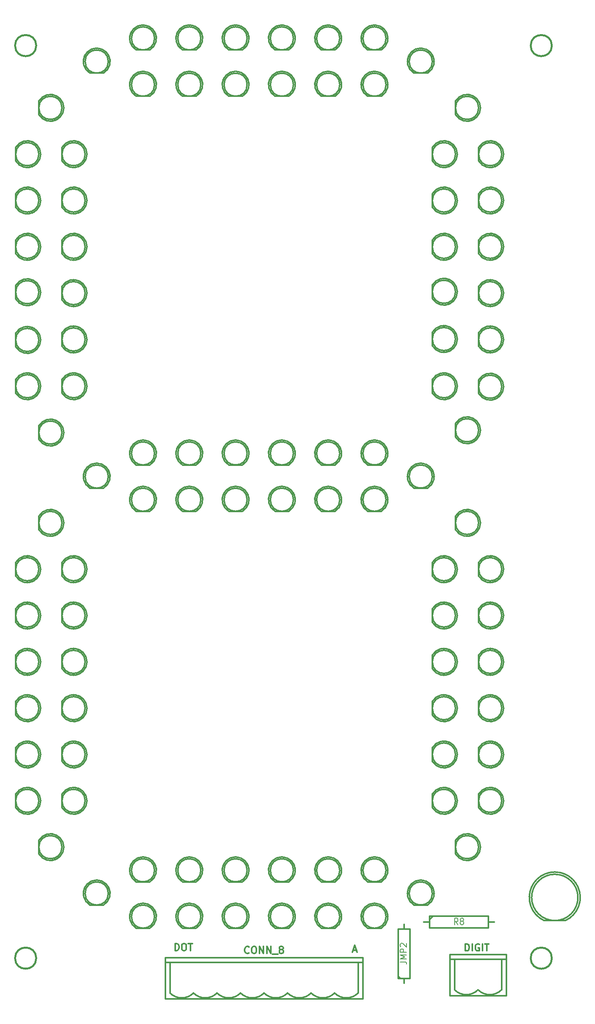
<source format=gto>
G04 (created by PCBNEW (2013-07-07 BZR 4022)-stable) date 2/5/2016 12:23:49 PM*
%MOIN*%
G04 Gerber Fmt 3.4, Leading zero omitted, Abs format*
%FSLAX34Y34*%
G01*
G70*
G90*
G04 APERTURE LIST*
%ADD10C,0.00590551*%
%ADD11C,0.011811*%
%ADD12C,0.0118*%
%ADD13C,0.012*%
%ADD14C,0.015*%
%ADD15C,0.008*%
G04 APERTURE END LIST*
G54D10*
G54D11*
X26711Y-90514D02*
X26711Y-89923D01*
X26851Y-89923D01*
X26935Y-89951D01*
X26992Y-90007D01*
X27020Y-90064D01*
X27048Y-90176D01*
X27048Y-90260D01*
X27020Y-90373D01*
X26992Y-90429D01*
X26935Y-90485D01*
X26851Y-90514D01*
X26711Y-90514D01*
X27414Y-89923D02*
X27526Y-89923D01*
X27582Y-89951D01*
X27639Y-90007D01*
X27667Y-90120D01*
X27667Y-90317D01*
X27639Y-90429D01*
X27582Y-90485D01*
X27526Y-90514D01*
X27414Y-90514D01*
X27357Y-90485D01*
X27301Y-90429D01*
X27273Y-90317D01*
X27273Y-90120D01*
X27301Y-90007D01*
X27357Y-89951D01*
X27414Y-89923D01*
X27835Y-89923D02*
X28173Y-89923D01*
X28004Y-90514D02*
X28004Y-89923D01*
X41859Y-90495D02*
X42140Y-90495D01*
X41803Y-90664D02*
X42000Y-90073D01*
X42196Y-90664D01*
X51393Y-90539D02*
X51393Y-89948D01*
X51534Y-89948D01*
X51618Y-89976D01*
X51675Y-90032D01*
X51703Y-90089D01*
X51731Y-90201D01*
X51731Y-90285D01*
X51703Y-90398D01*
X51675Y-90454D01*
X51618Y-90510D01*
X51534Y-90539D01*
X51393Y-90539D01*
X51984Y-90539D02*
X51984Y-89948D01*
X52574Y-89976D02*
X52518Y-89948D01*
X52434Y-89948D01*
X52350Y-89976D01*
X52293Y-90032D01*
X52265Y-90089D01*
X52237Y-90201D01*
X52237Y-90285D01*
X52265Y-90398D01*
X52293Y-90454D01*
X52350Y-90510D01*
X52434Y-90539D01*
X52490Y-90539D01*
X52574Y-90510D01*
X52603Y-90482D01*
X52603Y-90285D01*
X52490Y-90285D01*
X52856Y-90539D02*
X52856Y-89948D01*
X53053Y-89948D02*
X53390Y-89948D01*
X53221Y-90539D02*
X53221Y-89948D01*
G54D12*
X13154Y-65398D02*
X13154Y-66556D01*
X13158Y-66564D02*
G75*
G03X14725Y-66958I980J586D01*
G74*
G01*
X14718Y-64994D02*
G75*
G03X13154Y-65398I-579J-983D01*
G74*
G01*
X14138Y-67119D02*
G75*
G03X15280Y-65977I0J1142D01*
G74*
G01*
X15280Y-65977D02*
G75*
G03X14138Y-64835I-1142J0D01*
G74*
G01*
X15122Y-65977D02*
G75*
G03X15122Y-65977I-984J0D01*
G74*
G01*
X17091Y-30123D02*
X17091Y-31281D01*
X17095Y-31289D02*
G75*
G03X18662Y-31682I980J586D01*
G74*
G01*
X18655Y-29718D02*
G75*
G03X17091Y-30122I-579J-983D01*
G74*
G01*
X18075Y-31844D02*
G75*
G03X19217Y-30702I0J1142D01*
G74*
G01*
X19217Y-30702D02*
G75*
G03X18075Y-29560I-1142J0D01*
G74*
G01*
X19059Y-30702D02*
G75*
G03X19059Y-30702I-984J0D01*
G74*
G01*
X17091Y-26186D02*
X17091Y-27344D01*
X17095Y-27351D02*
G75*
G03X18662Y-27745I980J586D01*
G74*
G01*
X18655Y-25781D02*
G75*
G03X17091Y-26185I-579J-983D01*
G74*
G01*
X18075Y-27907D02*
G75*
G03X19217Y-26765I0J1142D01*
G74*
G01*
X19217Y-26765D02*
G75*
G03X18075Y-25623I-1142J0D01*
G74*
G01*
X19059Y-26765D02*
G75*
G03X19059Y-26765I-984J0D01*
G74*
G01*
X15123Y-81146D02*
X15123Y-82304D01*
X15126Y-82312D02*
G75*
G03X16693Y-82706I980J586D01*
G74*
G01*
X16686Y-80742D02*
G75*
G03X15123Y-81146I-579J-983D01*
G74*
G01*
X16107Y-82867D02*
G75*
G03X17249Y-81725I0J1142D01*
G74*
G01*
X17249Y-81725D02*
G75*
G03X16107Y-80583I-1142J0D01*
G74*
G01*
X17091Y-81725D02*
G75*
G03X17091Y-81725I-984J0D01*
G74*
G01*
X15123Y-53587D02*
X15123Y-54745D01*
X15126Y-54753D02*
G75*
G03X16693Y-55147I980J586D01*
G74*
G01*
X16686Y-53183D02*
G75*
G03X15123Y-53587I-579J-983D01*
G74*
G01*
X16107Y-55308D02*
G75*
G03X17249Y-54166I0J1142D01*
G74*
G01*
X17249Y-54166D02*
G75*
G03X16107Y-53024I-1142J0D01*
G74*
G01*
X17091Y-54166D02*
G75*
G03X17091Y-54166I-984J0D01*
G74*
G01*
X17091Y-69335D02*
X17091Y-70493D01*
X17095Y-70501D02*
G75*
G03X18662Y-70895I980J586D01*
G74*
G01*
X18655Y-68931D02*
G75*
G03X17091Y-69335I-579J-983D01*
G74*
G01*
X18075Y-71056D02*
G75*
G03X19217Y-69914I0J1142D01*
G74*
G01*
X19217Y-69914D02*
G75*
G03X18075Y-68772I-1142J0D01*
G74*
G01*
X19059Y-69914D02*
G75*
G03X19059Y-69914I-984J0D01*
G74*
G01*
X17091Y-65398D02*
X17091Y-66556D01*
X17095Y-66564D02*
G75*
G03X18662Y-66958I980J586D01*
G74*
G01*
X18655Y-64994D02*
G75*
G03X17091Y-65398I-579J-983D01*
G74*
G01*
X18075Y-67119D02*
G75*
G03X19217Y-65977I0J1142D01*
G74*
G01*
X19217Y-65977D02*
G75*
G03X18075Y-64835I-1142J0D01*
G74*
G01*
X19059Y-65977D02*
G75*
G03X19059Y-65977I-984J0D01*
G74*
G01*
X17091Y-61461D02*
X17091Y-62619D01*
X17095Y-62627D02*
G75*
G03X18662Y-63021I980J586D01*
G74*
G01*
X18655Y-61057D02*
G75*
G03X17091Y-61461I-579J-983D01*
G74*
G01*
X18075Y-63182D02*
G75*
G03X19217Y-62040I0J1142D01*
G74*
G01*
X19217Y-62040D02*
G75*
G03X18075Y-60898I-1142J0D01*
G74*
G01*
X19059Y-62040D02*
G75*
G03X19059Y-62040I-984J0D01*
G74*
G01*
X17091Y-57524D02*
X17091Y-58682D01*
X17095Y-58690D02*
G75*
G03X18662Y-59084I980J586D01*
G74*
G01*
X18655Y-57120D02*
G75*
G03X17091Y-57524I-579J-983D01*
G74*
G01*
X18075Y-59245D02*
G75*
G03X19217Y-58103I0J1142D01*
G74*
G01*
X19217Y-58103D02*
G75*
G03X18075Y-56961I-1142J0D01*
G74*
G01*
X19059Y-58103D02*
G75*
G03X19059Y-58103I-984J0D01*
G74*
G01*
X13154Y-69335D02*
X13154Y-70493D01*
X13158Y-70501D02*
G75*
G03X14725Y-70895I980J586D01*
G74*
G01*
X14718Y-68931D02*
G75*
G03X13154Y-69335I-579J-983D01*
G74*
G01*
X14138Y-71056D02*
G75*
G03X15280Y-69914I0J1142D01*
G74*
G01*
X15280Y-69914D02*
G75*
G03X14138Y-68772I-1142J0D01*
G74*
G01*
X15122Y-69914D02*
G75*
G03X15122Y-69914I-984J0D01*
G74*
G01*
X17091Y-37997D02*
X17091Y-39155D01*
X17095Y-39163D02*
G75*
G03X18662Y-39556I980J586D01*
G74*
G01*
X18655Y-37592D02*
G75*
G03X17091Y-37996I-579J-983D01*
G74*
G01*
X18075Y-39718D02*
G75*
G03X19217Y-38576I0J1142D01*
G74*
G01*
X19217Y-38576D02*
G75*
G03X18075Y-37434I-1142J0D01*
G74*
G01*
X19059Y-38576D02*
G75*
G03X19059Y-38576I-984J0D01*
G74*
G01*
X13154Y-61461D02*
X13154Y-62619D01*
X13158Y-62627D02*
G75*
G03X14725Y-63021I980J586D01*
G74*
G01*
X14718Y-61057D02*
G75*
G03X13154Y-61461I-579J-983D01*
G74*
G01*
X14138Y-63182D02*
G75*
G03X15280Y-62040I0J1142D01*
G74*
G01*
X15280Y-62040D02*
G75*
G03X14138Y-60898I-1142J0D01*
G74*
G01*
X15122Y-62040D02*
G75*
G03X15122Y-62040I-984J0D01*
G74*
G01*
X13154Y-57524D02*
X13154Y-58682D01*
X13158Y-58690D02*
G75*
G03X14725Y-59084I980J586D01*
G74*
G01*
X14718Y-57120D02*
G75*
G03X13154Y-57524I-579J-983D01*
G74*
G01*
X14138Y-59245D02*
G75*
G03X15280Y-58103I0J1142D01*
G74*
G01*
X15280Y-58103D02*
G75*
G03X14138Y-56961I-1142J0D01*
G74*
G01*
X15122Y-58103D02*
G75*
G03X15122Y-58103I-984J0D01*
G74*
G01*
X47024Y-15938D02*
X48182Y-15938D01*
X48189Y-15934D02*
G75*
G03X48583Y-14367I-586J980D01*
G74*
G01*
X46619Y-14374D02*
G75*
G03X47023Y-15938I983J-579D01*
G74*
G01*
X48745Y-14954D02*
G75*
G03X47603Y-13812I-1142J0D01*
G74*
G01*
X47603Y-13812D02*
G75*
G03X46461Y-14954I0J-1142D01*
G74*
G01*
X48587Y-14954D02*
G75*
G03X48587Y-14954I-984J0D01*
G74*
G01*
X23402Y-13969D02*
X24560Y-13969D01*
X24567Y-13966D02*
G75*
G03X24961Y-12399I-586J980D01*
G74*
G01*
X22997Y-12406D02*
G75*
G03X23401Y-13969I983J-579D01*
G74*
G01*
X25123Y-12985D02*
G75*
G03X23981Y-11843I-1142J0D01*
G74*
G01*
X23981Y-11843D02*
G75*
G03X22839Y-12985I0J-1142D01*
G74*
G01*
X24965Y-12985D02*
G75*
G03X24965Y-12985I-984J0D01*
G74*
G01*
X19465Y-15938D02*
X20623Y-15938D01*
X20630Y-15934D02*
G75*
G03X21024Y-14367I-586J980D01*
G74*
G01*
X19060Y-14374D02*
G75*
G03X19464Y-15938I983J-579D01*
G74*
G01*
X21186Y-14954D02*
G75*
G03X20044Y-13812I-1142J0D01*
G74*
G01*
X20044Y-13812D02*
G75*
G03X18902Y-14954I0J-1142D01*
G74*
G01*
X21028Y-14954D02*
G75*
G03X21028Y-14954I-984J0D01*
G74*
G01*
X31276Y-13969D02*
X32434Y-13969D01*
X32441Y-13966D02*
G75*
G03X32835Y-12399I-586J980D01*
G74*
G01*
X30871Y-12406D02*
G75*
G03X31275Y-13969I983J-579D01*
G74*
G01*
X32997Y-12985D02*
G75*
G03X31855Y-11843I-1141J0D01*
G74*
G01*
X31855Y-11843D02*
G75*
G03X30713Y-12985I0J-1142D01*
G74*
G01*
X32839Y-12985D02*
G75*
G03X32839Y-12985I-983J0D01*
G74*
G01*
X35213Y-13969D02*
X36371Y-13969D01*
X36378Y-13966D02*
G75*
G03X36772Y-12399I-586J980D01*
G74*
G01*
X34808Y-12406D02*
G75*
G03X35212Y-13969I983J-579D01*
G74*
G01*
X36934Y-12985D02*
G75*
G03X35792Y-11843I-1142J0D01*
G74*
G01*
X35792Y-11843D02*
G75*
G03X34650Y-12985I0J-1142D01*
G74*
G01*
X36776Y-12985D02*
G75*
G03X36776Y-12985I-984J0D01*
G74*
G01*
X39150Y-49245D02*
X40308Y-49245D01*
X40315Y-49241D02*
G75*
G03X40709Y-47674I-586J980D01*
G74*
G01*
X38745Y-47681D02*
G75*
G03X39149Y-49245I983J-579D01*
G74*
G01*
X40871Y-48261D02*
G75*
G03X39729Y-47119I-1142J0D01*
G74*
G01*
X39729Y-47119D02*
G75*
G03X38587Y-48261I0J-1142D01*
G74*
G01*
X40713Y-48261D02*
G75*
G03X40713Y-48261I-984J0D01*
G74*
G01*
X19465Y-51213D02*
X20623Y-51213D01*
X20630Y-51210D02*
G75*
G03X21024Y-49643I-586J980D01*
G74*
G01*
X19060Y-49650D02*
G75*
G03X19464Y-51213I983J-579D01*
G74*
G01*
X21186Y-50229D02*
G75*
G03X20044Y-49087I-1142J0D01*
G74*
G01*
X20044Y-49087D02*
G75*
G03X18902Y-50229I0J-1142D01*
G74*
G01*
X21028Y-50229D02*
G75*
G03X21028Y-50229I-984J0D01*
G74*
G01*
X47024Y-51213D02*
X48182Y-51213D01*
X48189Y-51210D02*
G75*
G03X48583Y-49643I-586J980D01*
G74*
G01*
X46619Y-49650D02*
G75*
G03X47023Y-51213I983J-579D01*
G74*
G01*
X48745Y-50229D02*
G75*
G03X47603Y-49087I-1142J0D01*
G74*
G01*
X47603Y-49087D02*
G75*
G03X46461Y-50229I0J-1142D01*
G74*
G01*
X48587Y-50229D02*
G75*
G03X48587Y-50229I-984J0D01*
G74*
G01*
X43087Y-53182D02*
X44245Y-53182D01*
X44252Y-53178D02*
G75*
G03X44646Y-51611I-586J980D01*
G74*
G01*
X42682Y-51618D02*
G75*
G03X43086Y-53182I983J-579D01*
G74*
G01*
X44808Y-52198D02*
G75*
G03X43666Y-51056I-1142J0D01*
G74*
G01*
X43666Y-51056D02*
G75*
G03X42524Y-52198I0J-1142D01*
G74*
G01*
X44650Y-52198D02*
G75*
G03X44650Y-52198I-984J0D01*
G74*
G01*
X39150Y-53182D02*
X40308Y-53182D01*
X40315Y-53178D02*
G75*
G03X40709Y-51611I-586J980D01*
G74*
G01*
X38745Y-51618D02*
G75*
G03X39149Y-53182I983J-579D01*
G74*
G01*
X40871Y-52198D02*
G75*
G03X39729Y-51056I-1142J0D01*
G74*
G01*
X39729Y-51056D02*
G75*
G03X38587Y-52198I0J-1142D01*
G74*
G01*
X40713Y-52198D02*
G75*
G03X40713Y-52198I-984J0D01*
G74*
G01*
X35213Y-53182D02*
X36371Y-53182D01*
X36378Y-53178D02*
G75*
G03X36772Y-51611I-586J980D01*
G74*
G01*
X34808Y-51618D02*
G75*
G03X35212Y-53182I983J-579D01*
G74*
G01*
X36934Y-52198D02*
G75*
G03X35792Y-51056I-1142J0D01*
G74*
G01*
X35792Y-51056D02*
G75*
G03X34650Y-52198I0J-1142D01*
G74*
G01*
X36776Y-52198D02*
G75*
G03X36776Y-52198I-984J0D01*
G74*
G01*
X31276Y-53182D02*
X32434Y-53182D01*
X32441Y-53178D02*
G75*
G03X32835Y-51611I-586J980D01*
G74*
G01*
X30871Y-51618D02*
G75*
G03X31275Y-53182I983J-579D01*
G74*
G01*
X32997Y-52198D02*
G75*
G03X31855Y-51056I-1141J0D01*
G74*
G01*
X31855Y-51056D02*
G75*
G03X30713Y-52198I0J-1142D01*
G74*
G01*
X32839Y-52198D02*
G75*
G03X32839Y-52198I-983J0D01*
G74*
G01*
X31276Y-49245D02*
X32434Y-49245D01*
X32441Y-49241D02*
G75*
G03X32835Y-47674I-586J980D01*
G74*
G01*
X30871Y-47681D02*
G75*
G03X31275Y-49245I983J-579D01*
G74*
G01*
X32997Y-48261D02*
G75*
G03X31855Y-47119I-1141J0D01*
G74*
G01*
X31855Y-47119D02*
G75*
G03X30713Y-48261I0J-1142D01*
G74*
G01*
X32839Y-48261D02*
G75*
G03X32839Y-48261I-983J0D01*
G74*
G01*
X35213Y-49245D02*
X36371Y-49245D01*
X36378Y-49241D02*
G75*
G03X36772Y-47674I-586J980D01*
G74*
G01*
X34808Y-47681D02*
G75*
G03X35212Y-49245I983J-579D01*
G74*
G01*
X36934Y-48261D02*
G75*
G03X35792Y-47119I-1142J0D01*
G74*
G01*
X35792Y-47119D02*
G75*
G03X34650Y-48261I0J-1142D01*
G74*
G01*
X36776Y-48261D02*
G75*
G03X36776Y-48261I-984J0D01*
G74*
G01*
X17091Y-34060D02*
X17091Y-35218D01*
X17095Y-35226D02*
G75*
G03X18662Y-35619I980J586D01*
G74*
G01*
X18655Y-33655D02*
G75*
G03X17091Y-34059I-579J-983D01*
G74*
G01*
X18075Y-35781D02*
G75*
G03X19217Y-34639I0J1142D01*
G74*
G01*
X19217Y-34639D02*
G75*
G03X18075Y-33497I-1142J0D01*
G74*
G01*
X19059Y-34639D02*
G75*
G03X19059Y-34639I-984J0D01*
G74*
G01*
X43087Y-49245D02*
X44245Y-49245D01*
X44252Y-49241D02*
G75*
G03X44646Y-47674I-586J980D01*
G74*
G01*
X42682Y-47681D02*
G75*
G03X43086Y-49245I983J-579D01*
G74*
G01*
X44808Y-48261D02*
G75*
G03X43666Y-47119I-1142J0D01*
G74*
G01*
X43666Y-47119D02*
G75*
G03X42524Y-48261I0J-1142D01*
G74*
G01*
X44650Y-48261D02*
G75*
G03X44650Y-48261I-984J0D01*
G74*
G01*
X13154Y-41973D02*
X13154Y-43131D01*
X13158Y-43139D02*
G75*
G03X14725Y-43532I980J586D01*
G74*
G01*
X14718Y-41569D02*
G75*
G03X13154Y-41973I-579J-983D01*
G74*
G01*
X14138Y-43694D02*
G75*
G03X15280Y-42552I0J1142D01*
G74*
G01*
X15280Y-42552D02*
G75*
G03X14138Y-41410I-1142J0D01*
G74*
G01*
X15122Y-42552D02*
G75*
G03X15122Y-42552I-984J0D01*
G74*
G01*
X17091Y-22249D02*
X17091Y-23407D01*
X17095Y-23414D02*
G75*
G03X18662Y-23808I980J586D01*
G74*
G01*
X18655Y-21844D02*
G75*
G03X17091Y-22248I-579J-983D01*
G74*
G01*
X18075Y-23970D02*
G75*
G03X19217Y-22828I0J1142D01*
G74*
G01*
X19217Y-22828D02*
G75*
G03X18075Y-21686I-1142J0D01*
G74*
G01*
X19059Y-22828D02*
G75*
G03X19059Y-22828I-984J0D01*
G74*
G01*
X15123Y-18312D02*
X15123Y-19470D01*
X15126Y-19477D02*
G75*
G03X16693Y-19871I980J586D01*
G74*
G01*
X16686Y-17907D02*
G75*
G03X15123Y-18311I-579J-983D01*
G74*
G01*
X16107Y-20033D02*
G75*
G03X17249Y-18891I0J1142D01*
G74*
G01*
X17249Y-18891D02*
G75*
G03X16107Y-17749I-1142J0D01*
G74*
G01*
X17091Y-18891D02*
G75*
G03X17091Y-18891I-984J0D01*
G74*
G01*
X13154Y-26186D02*
X13154Y-27344D01*
X13158Y-27351D02*
G75*
G03X14725Y-27745I980J586D01*
G74*
G01*
X14718Y-25781D02*
G75*
G03X13154Y-26185I-579J-983D01*
G74*
G01*
X14138Y-27907D02*
G75*
G03X15280Y-26765I0J1142D01*
G74*
G01*
X15280Y-26765D02*
G75*
G03X14138Y-25623I-1142J0D01*
G74*
G01*
X15122Y-26765D02*
G75*
G03X15122Y-26765I-984J0D01*
G74*
G01*
X13154Y-22249D02*
X13154Y-23407D01*
X13158Y-23414D02*
G75*
G03X14725Y-23808I980J586D01*
G74*
G01*
X14718Y-21844D02*
G75*
G03X13154Y-22248I-579J-983D01*
G74*
G01*
X14138Y-23970D02*
G75*
G03X15280Y-22828I0J1142D01*
G74*
G01*
X15280Y-22828D02*
G75*
G03X14138Y-21686I-1142J0D01*
G74*
G01*
X15122Y-22828D02*
G75*
G03X15122Y-22828I-984J0D01*
G74*
G01*
X13154Y-30123D02*
X13154Y-31281D01*
X13158Y-31289D02*
G75*
G03X14725Y-31682I980J586D01*
G74*
G01*
X14718Y-29718D02*
G75*
G03X13154Y-30122I-579J-983D01*
G74*
G01*
X14138Y-31844D02*
G75*
G03X15280Y-30702I0J1142D01*
G74*
G01*
X15280Y-30702D02*
G75*
G03X14138Y-29560I-1142J0D01*
G74*
G01*
X15122Y-30702D02*
G75*
G03X15122Y-30702I-984J0D01*
G74*
G01*
X27339Y-13969D02*
X28497Y-13969D01*
X28504Y-13966D02*
G75*
G03X28898Y-12399I-586J980D01*
G74*
G01*
X26934Y-12406D02*
G75*
G03X27338Y-13969I983J-579D01*
G74*
G01*
X29060Y-12985D02*
G75*
G03X27918Y-11843I-1142J0D01*
G74*
G01*
X27918Y-11843D02*
G75*
G03X26776Y-12985I0J-1142D01*
G74*
G01*
X28902Y-12985D02*
G75*
G03X28902Y-12985I-984J0D01*
G74*
G01*
X31276Y-84678D02*
X32434Y-84678D01*
X32441Y-84674D02*
G75*
G03X32835Y-83107I-586J980D01*
G74*
G01*
X30871Y-83115D02*
G75*
G03X31275Y-84678I983J-579D01*
G74*
G01*
X32997Y-83694D02*
G75*
G03X31855Y-82552I-1141J0D01*
G74*
G01*
X31855Y-82552D02*
G75*
G03X30713Y-83694I0J-1142D01*
G74*
G01*
X32839Y-83694D02*
G75*
G03X32839Y-83694I-983J0D01*
G74*
G01*
X48587Y-65398D02*
X48587Y-66556D01*
X48591Y-66564D02*
G75*
G03X50158Y-66958I980J586D01*
G74*
G01*
X50151Y-64994D02*
G75*
G03X48587Y-65398I-579J-983D01*
G74*
G01*
X49571Y-67119D02*
G75*
G03X50713Y-65977I0J1142D01*
G74*
G01*
X50713Y-65977D02*
G75*
G03X49571Y-64835I-1142J0D01*
G74*
G01*
X50555Y-65977D02*
G75*
G03X50555Y-65977I-984J0D01*
G74*
G01*
X48587Y-77209D02*
X48587Y-78367D01*
X48591Y-78375D02*
G75*
G03X50158Y-78769I980J586D01*
G74*
G01*
X50151Y-76805D02*
G75*
G03X48587Y-77209I-579J-983D01*
G74*
G01*
X49571Y-78930D02*
G75*
G03X50713Y-77788I0J1142D01*
G74*
G01*
X50713Y-77788D02*
G75*
G03X49571Y-76646I-1142J0D01*
G74*
G01*
X50555Y-77788D02*
G75*
G03X50555Y-77788I-984J0D01*
G74*
G01*
X52524Y-73272D02*
X52524Y-74430D01*
X52528Y-74438D02*
G75*
G03X54095Y-74832I980J586D01*
G74*
G01*
X54088Y-72868D02*
G75*
G03X52524Y-73272I-579J-983D01*
G74*
G01*
X53508Y-74993D02*
G75*
G03X54650Y-73851I0J1142D01*
G74*
G01*
X54650Y-73851D02*
G75*
G03X53508Y-72709I-1142J0D01*
G74*
G01*
X54492Y-73851D02*
G75*
G03X54492Y-73851I-984J0D01*
G74*
G01*
X52524Y-69335D02*
X52524Y-70493D01*
X52528Y-70501D02*
G75*
G03X54095Y-70895I980J586D01*
G74*
G01*
X54088Y-68931D02*
G75*
G03X52524Y-69335I-579J-983D01*
G74*
G01*
X53508Y-71056D02*
G75*
G03X54650Y-69914I0J1142D01*
G74*
G01*
X54650Y-69914D02*
G75*
G03X53508Y-68772I-1142J0D01*
G74*
G01*
X54492Y-69914D02*
G75*
G03X54492Y-69914I-984J0D01*
G74*
G01*
X52524Y-65398D02*
X52524Y-66556D01*
X52528Y-66564D02*
G75*
G03X54095Y-66958I980J586D01*
G74*
G01*
X54088Y-64994D02*
G75*
G03X52524Y-65398I-579J-983D01*
G74*
G01*
X53508Y-67119D02*
G75*
G03X54650Y-65977I0J1142D01*
G74*
G01*
X54650Y-65977D02*
G75*
G03X53508Y-64835I-1142J0D01*
G74*
G01*
X54492Y-65977D02*
G75*
G03X54492Y-65977I-984J0D01*
G74*
G01*
X43087Y-84678D02*
X44245Y-84678D01*
X44252Y-84674D02*
G75*
G03X44646Y-83107I-586J980D01*
G74*
G01*
X42682Y-83115D02*
G75*
G03X43086Y-84678I983J-579D01*
G74*
G01*
X44808Y-83694D02*
G75*
G03X43666Y-82552I-1142J0D01*
G74*
G01*
X43666Y-82552D02*
G75*
G03X42524Y-83694I0J-1142D01*
G74*
G01*
X44650Y-83694D02*
G75*
G03X44650Y-83694I-984J0D01*
G74*
G01*
X39150Y-84678D02*
X40308Y-84678D01*
X40315Y-84674D02*
G75*
G03X40709Y-83107I-586J980D01*
G74*
G01*
X38745Y-83115D02*
G75*
G03X39149Y-84678I983J-579D01*
G74*
G01*
X40871Y-83694D02*
G75*
G03X39729Y-82552I-1142J0D01*
G74*
G01*
X39729Y-82552D02*
G75*
G03X38587Y-83694I0J-1142D01*
G74*
G01*
X40713Y-83694D02*
G75*
G03X40713Y-83694I-984J0D01*
G74*
G01*
X35213Y-84678D02*
X36371Y-84678D01*
X36378Y-84674D02*
G75*
G03X36772Y-83107I-586J980D01*
G74*
G01*
X34808Y-83115D02*
G75*
G03X35212Y-84678I983J-579D01*
G74*
G01*
X36934Y-83694D02*
G75*
G03X35792Y-82552I-1142J0D01*
G74*
G01*
X35792Y-82552D02*
G75*
G03X34650Y-83694I0J-1142D01*
G74*
G01*
X36776Y-83694D02*
G75*
G03X36776Y-83694I-984J0D01*
G74*
G01*
X35213Y-17906D02*
X36371Y-17906D01*
X36378Y-17903D02*
G75*
G03X36772Y-16336I-586J980D01*
G74*
G01*
X34808Y-16343D02*
G75*
G03X35212Y-17906I983J-579D01*
G74*
G01*
X36934Y-16922D02*
G75*
G03X35792Y-15780I-1142J0D01*
G74*
G01*
X35792Y-15780D02*
G75*
G03X34650Y-16922I0J-1142D01*
G74*
G01*
X36776Y-16922D02*
G75*
G03X36776Y-16922I-984J0D01*
G74*
G01*
X31276Y-88615D02*
X32434Y-88615D01*
X32441Y-88611D02*
G75*
G03X32835Y-87044I-586J980D01*
G74*
G01*
X30871Y-87052D02*
G75*
G03X31275Y-88615I983J-579D01*
G74*
G01*
X32997Y-87631D02*
G75*
G03X31855Y-86489I-1141J0D01*
G74*
G01*
X31855Y-86489D02*
G75*
G03X30713Y-87631I0J-1142D01*
G74*
G01*
X32839Y-87631D02*
G75*
G03X32839Y-87631I-983J0D01*
G74*
G01*
X35213Y-88615D02*
X36371Y-88615D01*
X36378Y-88611D02*
G75*
G03X36772Y-87044I-586J980D01*
G74*
G01*
X34808Y-87052D02*
G75*
G03X35212Y-88615I983J-579D01*
G74*
G01*
X36934Y-87631D02*
G75*
G03X35792Y-86489I-1142J0D01*
G74*
G01*
X35792Y-86489D02*
G75*
G03X34650Y-87631I0J-1142D01*
G74*
G01*
X36776Y-87631D02*
G75*
G03X36776Y-87631I-984J0D01*
G74*
G01*
X39150Y-88615D02*
X40308Y-88615D01*
X40315Y-88611D02*
G75*
G03X40709Y-87044I-586J980D01*
G74*
G01*
X38745Y-87052D02*
G75*
G03X39149Y-88615I983J-579D01*
G74*
G01*
X40871Y-87631D02*
G75*
G03X39729Y-86489I-1142J0D01*
G74*
G01*
X39729Y-86489D02*
G75*
G03X38587Y-87631I0J-1142D01*
G74*
G01*
X40713Y-87631D02*
G75*
G03X40713Y-87631I-984J0D01*
G74*
G01*
X43087Y-88615D02*
X44245Y-88615D01*
X44252Y-88611D02*
G75*
G03X44646Y-87044I-586J980D01*
G74*
G01*
X42682Y-87052D02*
G75*
G03X43086Y-88615I983J-579D01*
G74*
G01*
X44808Y-87631D02*
G75*
G03X43666Y-86489I-1142J0D01*
G74*
G01*
X43666Y-86489D02*
G75*
G03X42524Y-87631I0J-1142D01*
G74*
G01*
X44650Y-87631D02*
G75*
G03X44650Y-87631I-984J0D01*
G74*
G01*
X19465Y-86646D02*
X20623Y-86646D01*
X20630Y-86643D02*
G75*
G03X21024Y-85076I-586J980D01*
G74*
G01*
X19060Y-85083D02*
G75*
G03X19464Y-86646I983J-579D01*
G74*
G01*
X21186Y-85662D02*
G75*
G03X20044Y-84520I-1142J0D01*
G74*
G01*
X20044Y-84520D02*
G75*
G03X18902Y-85662I0J-1142D01*
G74*
G01*
X21028Y-85662D02*
G75*
G03X21028Y-85662I-984J0D01*
G74*
G01*
X47024Y-86646D02*
X48182Y-86646D01*
X48189Y-86643D02*
G75*
G03X48583Y-85076I-586J980D01*
G74*
G01*
X46619Y-85083D02*
G75*
G03X47023Y-86646I983J-579D01*
G74*
G01*
X48745Y-85662D02*
G75*
G03X47603Y-84520I-1142J0D01*
G74*
G01*
X47603Y-84520D02*
G75*
G03X46461Y-85662I0J-1142D01*
G74*
G01*
X48587Y-85662D02*
G75*
G03X48587Y-85662I-984J0D01*
G74*
G01*
X52524Y-61461D02*
X52524Y-62619D01*
X52528Y-62627D02*
G75*
G03X54095Y-63021I980J586D01*
G74*
G01*
X54088Y-61057D02*
G75*
G03X52524Y-61461I-579J-983D01*
G74*
G01*
X53508Y-63182D02*
G75*
G03X54650Y-62040I0J1142D01*
G74*
G01*
X54650Y-62040D02*
G75*
G03X53508Y-60898I-1142J0D01*
G74*
G01*
X54492Y-62040D02*
G75*
G03X54492Y-62040I-984J0D01*
G74*
G01*
X52524Y-22249D02*
X52524Y-23407D01*
X52528Y-23414D02*
G75*
G03X54095Y-23808I980J586D01*
G74*
G01*
X54088Y-21844D02*
G75*
G03X52524Y-22248I-579J-983D01*
G74*
G01*
X53508Y-23970D02*
G75*
G03X54650Y-22828I0J1142D01*
G74*
G01*
X54650Y-22828D02*
G75*
G03X53508Y-21686I-1142J0D01*
G74*
G01*
X54492Y-22828D02*
G75*
G03X54492Y-22828I-984J0D01*
G74*
G01*
X48587Y-61461D02*
X48587Y-62619D01*
X48591Y-62627D02*
G75*
G03X50158Y-63021I980J586D01*
G74*
G01*
X50151Y-61057D02*
G75*
G03X48587Y-61461I-579J-983D01*
G74*
G01*
X49571Y-63182D02*
G75*
G03X50713Y-62040I0J1142D01*
G74*
G01*
X50713Y-62040D02*
G75*
G03X49571Y-60898I-1142J0D01*
G74*
G01*
X50555Y-62040D02*
G75*
G03X50555Y-62040I-984J0D01*
G74*
G01*
X31276Y-17906D02*
X32434Y-17906D01*
X32441Y-17903D02*
G75*
G03X32835Y-16336I-586J980D01*
G74*
G01*
X30871Y-16343D02*
G75*
G03X31275Y-17906I983J-579D01*
G74*
G01*
X32997Y-16922D02*
G75*
G03X31855Y-15780I-1141J0D01*
G74*
G01*
X31855Y-15780D02*
G75*
G03X30713Y-16922I0J-1142D01*
G74*
G01*
X32839Y-16922D02*
G75*
G03X32839Y-16922I-983J0D01*
G74*
G01*
X27339Y-17906D02*
X28497Y-17906D01*
X28504Y-17903D02*
G75*
G03X28898Y-16336I-586J980D01*
G74*
G01*
X26934Y-16343D02*
G75*
G03X27338Y-17906I983J-579D01*
G74*
G01*
X29060Y-16922D02*
G75*
G03X27918Y-15780I-1142J0D01*
G74*
G01*
X27918Y-15780D02*
G75*
G03X26776Y-16922I0J-1142D01*
G74*
G01*
X28902Y-16922D02*
G75*
G03X28902Y-16922I-984J0D01*
G74*
G01*
X23402Y-17906D02*
X24560Y-17906D01*
X24567Y-17903D02*
G75*
G03X24961Y-16336I-586J980D01*
G74*
G01*
X22997Y-16343D02*
G75*
G03X23401Y-17906I983J-579D01*
G74*
G01*
X25123Y-16922D02*
G75*
G03X23981Y-15780I-1142J0D01*
G74*
G01*
X23981Y-15780D02*
G75*
G03X22839Y-16922I0J-1142D01*
G74*
G01*
X24965Y-16922D02*
G75*
G03X24965Y-16922I-984J0D01*
G74*
G01*
X48587Y-41973D02*
X48587Y-43131D01*
X48591Y-43139D02*
G75*
G03X50158Y-43532I980J586D01*
G74*
G01*
X50151Y-41569D02*
G75*
G03X48587Y-41973I-579J-983D01*
G74*
G01*
X49571Y-43694D02*
G75*
G03X50713Y-42552I0J1142D01*
G74*
G01*
X50713Y-42552D02*
G75*
G03X49571Y-41410I-1142J0D01*
G74*
G01*
X50555Y-42552D02*
G75*
G03X50555Y-42552I-984J0D01*
G74*
G01*
X48587Y-30123D02*
X48587Y-31281D01*
X48591Y-31289D02*
G75*
G03X50158Y-31682I980J586D01*
G74*
G01*
X50151Y-29718D02*
G75*
G03X48587Y-30122I-579J-983D01*
G74*
G01*
X49571Y-31844D02*
G75*
G03X50713Y-30702I0J1142D01*
G74*
G01*
X50713Y-30702D02*
G75*
G03X49571Y-29560I-1142J0D01*
G74*
G01*
X50555Y-30702D02*
G75*
G03X50555Y-30702I-984J0D01*
G74*
G01*
X48587Y-26186D02*
X48587Y-27344D01*
X48591Y-27351D02*
G75*
G03X50158Y-27745I980J586D01*
G74*
G01*
X50151Y-25781D02*
G75*
G03X48587Y-26185I-579J-983D01*
G74*
G01*
X49571Y-27907D02*
G75*
G03X50713Y-26765I0J1142D01*
G74*
G01*
X50713Y-26765D02*
G75*
G03X49571Y-25623I-1142J0D01*
G74*
G01*
X50555Y-26765D02*
G75*
G03X50555Y-26765I-984J0D01*
G74*
G01*
X48587Y-22249D02*
X48587Y-23407D01*
X48591Y-23414D02*
G75*
G03X50158Y-23808I980J586D01*
G74*
G01*
X50151Y-21844D02*
G75*
G03X48587Y-22248I-579J-983D01*
G74*
G01*
X49571Y-23970D02*
G75*
G03X50713Y-22828I0J1142D01*
G74*
G01*
X50713Y-22828D02*
G75*
G03X49571Y-21686I-1142J0D01*
G74*
G01*
X50555Y-22828D02*
G75*
G03X50555Y-22828I-984J0D01*
G74*
G01*
X50556Y-18312D02*
X50556Y-19470D01*
X50559Y-19477D02*
G75*
G03X52126Y-19871I980J586D01*
G74*
G01*
X52119Y-17907D02*
G75*
G03X50556Y-18311I-579J-983D01*
G74*
G01*
X51540Y-20033D02*
G75*
G03X52682Y-18891I0J1142D01*
G74*
G01*
X52682Y-18891D02*
G75*
G03X51540Y-17749I-1142J0D01*
G74*
G01*
X52524Y-18891D02*
G75*
G03X52524Y-18891I-984J0D01*
G74*
G01*
X52524Y-37997D02*
X52524Y-39155D01*
X52528Y-39163D02*
G75*
G03X54095Y-39556I980J586D01*
G74*
G01*
X54088Y-37592D02*
G75*
G03X52524Y-37996I-579J-983D01*
G74*
G01*
X53508Y-39718D02*
G75*
G03X54650Y-38576I0J1142D01*
G74*
G01*
X54650Y-38576D02*
G75*
G03X53508Y-37434I-1142J0D01*
G74*
G01*
X54492Y-38576D02*
G75*
G03X54492Y-38576I-984J0D01*
G74*
G01*
X52524Y-34060D02*
X52524Y-35218D01*
X52528Y-35226D02*
G75*
G03X54095Y-35619I980J586D01*
G74*
G01*
X54088Y-33655D02*
G75*
G03X52524Y-34059I-579J-983D01*
G74*
G01*
X53508Y-35781D02*
G75*
G03X54650Y-34639I0J1142D01*
G74*
G01*
X54650Y-34639D02*
G75*
G03X53508Y-33497I-1142J0D01*
G74*
G01*
X54492Y-34639D02*
G75*
G03X54492Y-34639I-984J0D01*
G74*
G01*
X52524Y-30123D02*
X52524Y-31281D01*
X52528Y-31289D02*
G75*
G03X54095Y-31682I980J586D01*
G74*
G01*
X54088Y-29718D02*
G75*
G03X52524Y-30122I-579J-983D01*
G74*
G01*
X53508Y-31844D02*
G75*
G03X54650Y-30702I0J1142D01*
G74*
G01*
X54650Y-30702D02*
G75*
G03X53508Y-29560I-1142J0D01*
G74*
G01*
X54492Y-30702D02*
G75*
G03X54492Y-30702I-984J0D01*
G74*
G01*
X52524Y-26186D02*
X52524Y-27344D01*
X52528Y-27351D02*
G75*
G03X54095Y-27745I980J586D01*
G74*
G01*
X54088Y-25781D02*
G75*
G03X52524Y-26185I-579J-983D01*
G74*
G01*
X53508Y-27907D02*
G75*
G03X54650Y-26765I0J1142D01*
G74*
G01*
X54650Y-26765D02*
G75*
G03X53508Y-25623I-1142J0D01*
G74*
G01*
X54492Y-26765D02*
G75*
G03X54492Y-26765I-984J0D01*
G74*
G01*
X52524Y-57524D02*
X52524Y-58682D01*
X52528Y-58690D02*
G75*
G03X54095Y-59084I980J586D01*
G74*
G01*
X54088Y-57120D02*
G75*
G03X52524Y-57524I-579J-983D01*
G74*
G01*
X53508Y-59245D02*
G75*
G03X54650Y-58103I0J1142D01*
G74*
G01*
X54650Y-58103D02*
G75*
G03X53508Y-56961I-1142J0D01*
G74*
G01*
X54492Y-58103D02*
G75*
G03X54492Y-58103I-984J0D01*
G74*
G01*
X50556Y-53587D02*
X50556Y-54745D01*
X50559Y-54753D02*
G75*
G03X52126Y-55147I980J586D01*
G74*
G01*
X52119Y-53183D02*
G75*
G03X50556Y-53587I-579J-983D01*
G74*
G01*
X51540Y-55308D02*
G75*
G03X52682Y-54166I0J1142D01*
G74*
G01*
X52682Y-54166D02*
G75*
G03X51540Y-53024I-1142J0D01*
G74*
G01*
X52524Y-54166D02*
G75*
G03X52524Y-54166I-984J0D01*
G74*
G01*
X48587Y-57524D02*
X48587Y-58682D01*
X48591Y-58690D02*
G75*
G03X50158Y-59084I980J586D01*
G74*
G01*
X50151Y-57120D02*
G75*
G03X48587Y-57524I-579J-983D01*
G74*
G01*
X49571Y-59245D02*
G75*
G03X50713Y-58103I0J1142D01*
G74*
G01*
X50713Y-58103D02*
G75*
G03X49571Y-56961I-1142J0D01*
G74*
G01*
X50555Y-58103D02*
G75*
G03X50555Y-58103I-984J0D01*
G74*
G01*
X59897Y-87969D02*
G75*
G03X60969Y-85102I-897J1969D01*
G74*
G01*
X58094Y-87972D02*
X59906Y-87972D01*
X57030Y-85094D02*
G75*
G03X58094Y-87969I1969J-905D01*
G74*
G01*
X61165Y-86000D02*
G75*
G03X59000Y-83835I-2165J0D01*
G74*
G01*
X59000Y-83835D02*
G75*
G03X56835Y-86000I0J-2165D01*
G74*
G01*
X60969Y-86000D02*
G75*
G03X60969Y-86000I-1969J0D01*
G74*
G01*
G54D13*
X48350Y-87600D02*
X53350Y-87600D01*
X53350Y-87600D02*
X53350Y-88600D01*
X53350Y-88600D02*
X48350Y-88600D01*
X53350Y-88100D02*
X53850Y-88100D01*
X47850Y-88100D02*
X48350Y-88100D01*
X48350Y-87900D02*
X48650Y-87600D01*
X48350Y-87600D02*
X48350Y-88600D01*
G54D12*
X13154Y-73272D02*
X13154Y-74430D01*
X13158Y-74438D02*
G75*
G03X14725Y-74832I980J586D01*
G74*
G01*
X14718Y-72868D02*
G75*
G03X13154Y-73272I-579J-983D01*
G74*
G01*
X14138Y-74993D02*
G75*
G03X15280Y-73851I0J1142D01*
G74*
G01*
X15280Y-73851D02*
G75*
G03X14138Y-72709I-1142J0D01*
G74*
G01*
X15122Y-73851D02*
G75*
G03X15122Y-73851I-984J0D01*
G74*
G01*
X17091Y-73272D02*
X17091Y-74430D01*
X17095Y-74438D02*
G75*
G03X18662Y-74832I980J586D01*
G74*
G01*
X18655Y-72868D02*
G75*
G03X17091Y-73272I-579J-983D01*
G74*
G01*
X18075Y-74993D02*
G75*
G03X19217Y-73851I0J1142D01*
G74*
G01*
X19217Y-73851D02*
G75*
G03X18075Y-72709I-1142J0D01*
G74*
G01*
X19059Y-73851D02*
G75*
G03X19059Y-73851I-984J0D01*
G74*
G01*
X17091Y-41973D02*
X17091Y-43131D01*
X17095Y-43139D02*
G75*
G03X18662Y-43532I980J586D01*
G74*
G01*
X18655Y-41569D02*
G75*
G03X17091Y-41973I-579J-983D01*
G74*
G01*
X18075Y-43694D02*
G75*
G03X19217Y-42552I0J1142D01*
G74*
G01*
X19217Y-42552D02*
G75*
G03X18075Y-41410I-1142J0D01*
G74*
G01*
X19059Y-42552D02*
G75*
G03X19059Y-42552I-984J0D01*
G74*
G01*
X13154Y-33981D02*
X13154Y-35139D01*
X13158Y-35147D02*
G75*
G03X14725Y-35540I980J586D01*
G74*
G01*
X14718Y-33576D02*
G75*
G03X13154Y-33981I-579J-983D01*
G74*
G01*
X14138Y-35702D02*
G75*
G03X15280Y-34560I0J1142D01*
G74*
G01*
X15280Y-34560D02*
G75*
G03X14138Y-33418I-1142J0D01*
G74*
G01*
X15122Y-34560D02*
G75*
G03X15122Y-34560I-984J0D01*
G74*
G01*
X27339Y-53182D02*
X28497Y-53182D01*
X28504Y-53178D02*
G75*
G03X28898Y-51611I-586J980D01*
G74*
G01*
X26934Y-51618D02*
G75*
G03X27338Y-53182I983J-579D01*
G74*
G01*
X29060Y-52198D02*
G75*
G03X27918Y-51056I-1142J0D01*
G74*
G01*
X27918Y-51056D02*
G75*
G03X26776Y-52198I0J-1142D01*
G74*
G01*
X28902Y-52198D02*
G75*
G03X28902Y-52198I-984J0D01*
G74*
G01*
X27339Y-49245D02*
X28497Y-49245D01*
X28504Y-49241D02*
G75*
G03X28898Y-47674I-586J980D01*
G74*
G01*
X26934Y-47681D02*
G75*
G03X27338Y-49245I983J-579D01*
G74*
G01*
X29060Y-48261D02*
G75*
G03X27918Y-47119I-1142J0D01*
G74*
G01*
X27918Y-47119D02*
G75*
G03X26776Y-48261I0J-1142D01*
G74*
G01*
X28902Y-48261D02*
G75*
G03X28902Y-48261I-984J0D01*
G74*
G01*
X39150Y-17906D02*
X40308Y-17906D01*
X40315Y-17903D02*
G75*
G03X40709Y-16336I-586J980D01*
G74*
G01*
X38745Y-16343D02*
G75*
G03X39149Y-17906I983J-579D01*
G74*
G01*
X40871Y-16922D02*
G75*
G03X39729Y-15780I-1142J0D01*
G74*
G01*
X39729Y-15780D02*
G75*
G03X38587Y-16922I0J-1142D01*
G74*
G01*
X40713Y-16922D02*
G75*
G03X40713Y-16922I-984J0D01*
G74*
G01*
X39150Y-13969D02*
X40308Y-13969D01*
X40315Y-13966D02*
G75*
G03X40709Y-12399I-586J980D01*
G74*
G01*
X38745Y-12406D02*
G75*
G03X39149Y-13969I983J-579D01*
G74*
G01*
X40871Y-12985D02*
G75*
G03X39729Y-11843I-1142J0D01*
G74*
G01*
X39729Y-11843D02*
G75*
G03X38587Y-12985I0J-1142D01*
G74*
G01*
X40713Y-12985D02*
G75*
G03X40713Y-12985I-984J0D01*
G74*
G01*
X48587Y-33942D02*
X48587Y-35100D01*
X48591Y-35107D02*
G75*
G03X50158Y-35501I980J586D01*
G74*
G01*
X50151Y-33537D02*
G75*
G03X48587Y-33941I-579J-983D01*
G74*
G01*
X49571Y-35663D02*
G75*
G03X50713Y-34521I0J1142D01*
G74*
G01*
X50713Y-34521D02*
G75*
G03X49571Y-33379I-1142J0D01*
G74*
G01*
X50555Y-34521D02*
G75*
G03X50555Y-34521I-984J0D01*
G74*
G01*
X52524Y-42013D02*
X52524Y-43171D01*
X52528Y-43178D02*
G75*
G03X54095Y-43572I980J586D01*
G74*
G01*
X54088Y-41608D02*
G75*
G03X52524Y-42012I-579J-983D01*
G74*
G01*
X53508Y-43734D02*
G75*
G03X54650Y-42592I0J1142D01*
G74*
G01*
X54650Y-42592D02*
G75*
G03X53508Y-41450I-1142J0D01*
G74*
G01*
X54492Y-42592D02*
G75*
G03X54492Y-42592I-984J0D01*
G74*
G01*
X52524Y-77209D02*
X52524Y-78367D01*
X52528Y-78375D02*
G75*
G03X54095Y-78769I980J586D01*
G74*
G01*
X54088Y-76805D02*
G75*
G03X52524Y-77209I-579J-983D01*
G74*
G01*
X53508Y-78930D02*
G75*
G03X54650Y-77788I0J1142D01*
G74*
G01*
X54650Y-77788D02*
G75*
G03X53508Y-76646I-1142J0D01*
G74*
G01*
X54492Y-77788D02*
G75*
G03X54492Y-77788I-984J0D01*
G74*
G01*
X48587Y-69335D02*
X48587Y-70493D01*
X48591Y-70501D02*
G75*
G03X50158Y-70895I980J586D01*
G74*
G01*
X50151Y-68931D02*
G75*
G03X48587Y-69335I-579J-983D01*
G74*
G01*
X49571Y-71056D02*
G75*
G03X50713Y-69914I0J1142D01*
G74*
G01*
X50713Y-69914D02*
G75*
G03X49571Y-68772I-1142J0D01*
G74*
G01*
X50555Y-69914D02*
G75*
G03X50555Y-69914I-984J0D01*
G74*
G01*
X27339Y-88615D02*
X28497Y-88615D01*
X28504Y-88611D02*
G75*
G03X28898Y-87044I-586J980D01*
G74*
G01*
X26934Y-87052D02*
G75*
G03X27338Y-88615I983J-579D01*
G74*
G01*
X29060Y-87631D02*
G75*
G03X27918Y-86489I-1142J0D01*
G74*
G01*
X27918Y-86489D02*
G75*
G03X26776Y-87631I0J-1142D01*
G74*
G01*
X28902Y-87631D02*
G75*
G03X28902Y-87631I-984J0D01*
G74*
G01*
X27339Y-84678D02*
X28497Y-84678D01*
X28504Y-84674D02*
G75*
G03X28898Y-83107I-586J980D01*
G74*
G01*
X26934Y-83115D02*
G75*
G03X27338Y-84678I983J-579D01*
G74*
G01*
X29060Y-83694D02*
G75*
G03X27918Y-82552I-1142J0D01*
G74*
G01*
X27918Y-82552D02*
G75*
G03X26776Y-83694I0J-1142D01*
G74*
G01*
X28902Y-83694D02*
G75*
G03X28902Y-83694I-984J0D01*
G74*
G01*
X13154Y-77209D02*
X13154Y-78367D01*
X13158Y-78375D02*
G75*
G03X14725Y-78769I980J586D01*
G74*
G01*
X14718Y-76805D02*
G75*
G03X13154Y-77209I-579J-983D01*
G74*
G01*
X14138Y-78930D02*
G75*
G03X15280Y-77788I0J1142D01*
G74*
G01*
X15280Y-77788D02*
G75*
G03X14138Y-76646I-1142J0D01*
G74*
G01*
X15122Y-77788D02*
G75*
G03X15122Y-77788I-984J0D01*
G74*
G01*
X17091Y-77209D02*
X17091Y-78367D01*
X17095Y-78375D02*
G75*
G03X18662Y-78769I980J586D01*
G74*
G01*
X18655Y-76805D02*
G75*
G03X17091Y-77209I-579J-983D01*
G74*
G01*
X18075Y-78930D02*
G75*
G03X19217Y-77788I0J1142D01*
G74*
G01*
X19217Y-77788D02*
G75*
G03X18075Y-76646I-1142J0D01*
G74*
G01*
X19059Y-77788D02*
G75*
G03X19059Y-77788I-984J0D01*
G74*
G01*
X15123Y-45910D02*
X15123Y-47068D01*
X15126Y-47076D02*
G75*
G03X16693Y-47469I980J586D01*
G74*
G01*
X16686Y-45506D02*
G75*
G03X15123Y-45910I-579J-983D01*
G74*
G01*
X16107Y-47631D02*
G75*
G03X17249Y-46489I0J1142D01*
G74*
G01*
X17249Y-46489D02*
G75*
G03X16107Y-45347I-1142J0D01*
G74*
G01*
X17091Y-46489D02*
G75*
G03X17091Y-46489I-984J0D01*
G74*
G01*
X13154Y-38036D02*
X13154Y-39194D01*
X13158Y-39202D02*
G75*
G03X14725Y-39595I980J586D01*
G74*
G01*
X14718Y-37632D02*
G75*
G03X13154Y-38036I-579J-983D01*
G74*
G01*
X14138Y-39757D02*
G75*
G03X15280Y-38615I0J1142D01*
G74*
G01*
X15280Y-38615D02*
G75*
G03X14138Y-37473I-1142J0D01*
G74*
G01*
X15122Y-38615D02*
G75*
G03X15122Y-38615I-984J0D01*
G74*
G01*
X23402Y-49245D02*
X24560Y-49245D01*
X24567Y-49241D02*
G75*
G03X24961Y-47674I-586J980D01*
G74*
G01*
X22997Y-47681D02*
G75*
G03X23401Y-49245I983J-579D01*
G74*
G01*
X25123Y-48261D02*
G75*
G03X23981Y-47119I-1142J0D01*
G74*
G01*
X23981Y-47119D02*
G75*
G03X22839Y-48261I0J-1142D01*
G74*
G01*
X24965Y-48261D02*
G75*
G03X24965Y-48261I-984J0D01*
G74*
G01*
X23402Y-53182D02*
X24560Y-53182D01*
X24567Y-53178D02*
G75*
G03X24961Y-51611I-586J980D01*
G74*
G01*
X22997Y-51618D02*
G75*
G03X23401Y-53182I983J-579D01*
G74*
G01*
X25123Y-52198D02*
G75*
G03X23981Y-51056I-1142J0D01*
G74*
G01*
X23981Y-51056D02*
G75*
G03X22839Y-52198I0J-1142D01*
G74*
G01*
X24965Y-52198D02*
G75*
G03X24965Y-52198I-984J0D01*
G74*
G01*
X43087Y-17906D02*
X44245Y-17906D01*
X44252Y-17903D02*
G75*
G03X44646Y-16336I-586J980D01*
G74*
G01*
X42682Y-16343D02*
G75*
G03X43086Y-17906I983J-579D01*
G74*
G01*
X44808Y-16922D02*
G75*
G03X43666Y-15780I-1142J0D01*
G74*
G01*
X43666Y-15780D02*
G75*
G03X42524Y-16922I0J-1142D01*
G74*
G01*
X44650Y-16922D02*
G75*
G03X44650Y-16922I-984J0D01*
G74*
G01*
X43087Y-13969D02*
X44245Y-13969D01*
X44252Y-13966D02*
G75*
G03X44646Y-12399I-586J980D01*
G74*
G01*
X42682Y-12406D02*
G75*
G03X43086Y-13969I983J-579D01*
G74*
G01*
X44808Y-12985D02*
G75*
G03X43666Y-11843I-1142J0D01*
G74*
G01*
X43666Y-11843D02*
G75*
G03X42524Y-12985I0J-1142D01*
G74*
G01*
X44650Y-12985D02*
G75*
G03X44650Y-12985I-984J0D01*
G74*
G01*
X50556Y-45713D02*
X50556Y-46871D01*
X50559Y-46879D02*
G75*
G03X52126Y-47273I980J586D01*
G74*
G01*
X52119Y-45309D02*
G75*
G03X50556Y-45713I-579J-983D01*
G74*
G01*
X51540Y-47434D02*
G75*
G03X52682Y-46292I0J1142D01*
G74*
G01*
X52682Y-46292D02*
G75*
G03X51540Y-45150I-1142J0D01*
G74*
G01*
X52524Y-46292D02*
G75*
G03X52524Y-46292I-984J0D01*
G74*
G01*
X48587Y-37958D02*
X48587Y-39116D01*
X48591Y-39123D02*
G75*
G03X50158Y-39517I980J586D01*
G74*
G01*
X50151Y-37553D02*
G75*
G03X48587Y-37957I-579J-983D01*
G74*
G01*
X49571Y-39679D02*
G75*
G03X50713Y-38537I0J1142D01*
G74*
G01*
X50713Y-38537D02*
G75*
G03X49571Y-37395I-1142J0D01*
G74*
G01*
X50555Y-38537D02*
G75*
G03X50555Y-38537I-984J0D01*
G74*
G01*
X50556Y-81146D02*
X50556Y-82304D01*
X50559Y-82312D02*
G75*
G03X52126Y-82706I980J586D01*
G74*
G01*
X52119Y-80742D02*
G75*
G03X50556Y-81146I-579J-983D01*
G74*
G01*
X51540Y-82867D02*
G75*
G03X52682Y-81725I0J1142D01*
G74*
G01*
X52682Y-81725D02*
G75*
G03X51540Y-80583I-1142J0D01*
G74*
G01*
X52524Y-81725D02*
G75*
G03X52524Y-81725I-984J0D01*
G74*
G01*
X48587Y-73272D02*
X48587Y-74430D01*
X48591Y-74438D02*
G75*
G03X50158Y-74832I980J586D01*
G74*
G01*
X50151Y-72868D02*
G75*
G03X48587Y-73272I-579J-983D01*
G74*
G01*
X49571Y-74993D02*
G75*
G03X50713Y-73851I0J1142D01*
G74*
G01*
X50713Y-73851D02*
G75*
G03X49571Y-72709I-1142J0D01*
G74*
G01*
X50555Y-73851D02*
G75*
G03X50555Y-73851I-984J0D01*
G74*
G01*
X23402Y-88615D02*
X24560Y-88615D01*
X24567Y-88611D02*
G75*
G03X24961Y-87044I-586J980D01*
G74*
G01*
X22997Y-87052D02*
G75*
G03X23401Y-88615I983J-579D01*
G74*
G01*
X25123Y-87631D02*
G75*
G03X23981Y-86489I-1142J0D01*
G74*
G01*
X23981Y-86489D02*
G75*
G03X22839Y-87631I0J-1142D01*
G74*
G01*
X24965Y-87631D02*
G75*
G03X24965Y-87631I-984J0D01*
G74*
G01*
X23402Y-84678D02*
X24560Y-84678D01*
X24567Y-84674D02*
G75*
G03X24961Y-83107I-586J980D01*
G74*
G01*
X22997Y-83115D02*
G75*
G03X23401Y-84678I983J-579D01*
G74*
G01*
X25123Y-83694D02*
G75*
G03X23981Y-82552I-1142J0D01*
G74*
G01*
X23981Y-82552D02*
G75*
G03X22839Y-83694I0J-1142D01*
G74*
G01*
X24965Y-83694D02*
G75*
G03X24965Y-83694I-984J0D01*
G74*
G01*
G54D14*
X14900Y-13600D02*
G75*
G03X14900Y-13600I-900J0D01*
G74*
G01*
X58750Y-13600D02*
G75*
G03X58750Y-13600I-900J0D01*
G74*
G01*
X58750Y-91162D02*
G75*
G03X58750Y-91162I-900J0D01*
G74*
G01*
X14900Y-91162D02*
G75*
G03X14900Y-91162I-900J0D01*
G74*
G01*
G54D13*
X54875Y-90850D02*
X50075Y-90850D01*
X50075Y-91250D02*
X54875Y-91250D01*
X54875Y-94350D02*
X50075Y-94350D01*
X54875Y-94350D02*
X54875Y-90850D01*
X50075Y-90850D02*
X50075Y-94350D01*
X52475Y-93850D02*
G75*
G03X54475Y-93850I1000J1000D01*
G74*
G01*
X50475Y-93850D02*
G75*
G03X52475Y-93850I1000J1000D01*
G74*
G01*
X50475Y-93850D02*
X50475Y-91250D01*
X54475Y-93850D02*
X54475Y-91250D01*
X25875Y-91525D02*
X42675Y-91525D01*
X42675Y-91125D02*
X25875Y-91125D01*
X25875Y-94625D02*
X42675Y-94625D01*
X42675Y-94625D02*
X42675Y-91125D01*
X25875Y-91125D02*
X25875Y-94625D01*
X40275Y-94125D02*
G75*
G03X42275Y-94125I1000J1000D01*
G74*
G01*
X38275Y-94125D02*
G75*
G03X40275Y-94125I1000J1000D01*
G74*
G01*
X26275Y-94125D02*
X26275Y-91525D01*
X42275Y-94125D02*
X42275Y-91525D01*
X36275Y-94125D02*
G75*
G03X38275Y-94125I1000J1000D01*
G74*
G01*
X34275Y-94125D02*
G75*
G03X36275Y-94125I1000J1000D01*
G74*
G01*
X32275Y-94125D02*
G75*
G03X34275Y-94125I1000J1000D01*
G74*
G01*
X30275Y-94125D02*
G75*
G03X32275Y-94125I1000J1000D01*
G74*
G01*
X28275Y-94125D02*
G75*
G03X30275Y-94125I1000J1000D01*
G74*
G01*
X26275Y-94125D02*
G75*
G03X28275Y-94125I1000J1000D01*
G74*
G01*
X46175Y-93275D02*
X46175Y-92875D01*
X46175Y-88275D02*
X46175Y-88675D01*
X45675Y-88675D02*
X46675Y-88675D01*
X46675Y-88675D02*
X46675Y-92875D01*
X46675Y-92875D02*
X45675Y-92875D01*
X45675Y-92875D02*
X45675Y-88675D01*
X45875Y-92875D02*
X45675Y-92675D01*
G54D15*
X50766Y-88322D02*
X50600Y-88060D01*
X50480Y-88322D02*
X50480Y-87772D01*
X50671Y-87772D01*
X50719Y-87798D01*
X50742Y-87825D01*
X50766Y-87877D01*
X50766Y-87955D01*
X50742Y-88008D01*
X50719Y-88034D01*
X50671Y-88060D01*
X50480Y-88060D01*
X51052Y-88008D02*
X51004Y-87982D01*
X50980Y-87955D01*
X50957Y-87903D01*
X50957Y-87877D01*
X50980Y-87825D01*
X51004Y-87798D01*
X51052Y-87772D01*
X51147Y-87772D01*
X51195Y-87798D01*
X51219Y-87825D01*
X51242Y-87877D01*
X51242Y-87903D01*
X51219Y-87955D01*
X51195Y-87982D01*
X51147Y-88008D01*
X51052Y-88008D01*
X51004Y-88034D01*
X50980Y-88060D01*
X50957Y-88113D01*
X50957Y-88217D01*
X50980Y-88270D01*
X51004Y-88296D01*
X51052Y-88322D01*
X51147Y-88322D01*
X51195Y-88296D01*
X51219Y-88270D01*
X51242Y-88217D01*
X51242Y-88113D01*
X51219Y-88060D01*
X51195Y-88034D01*
X51147Y-88008D01*
G54D13*
X33003Y-90710D02*
X32975Y-90739D01*
X32889Y-90767D01*
X32832Y-90767D01*
X32746Y-90739D01*
X32689Y-90682D01*
X32660Y-90625D01*
X32632Y-90510D01*
X32632Y-90425D01*
X32660Y-90310D01*
X32689Y-90253D01*
X32746Y-90196D01*
X32832Y-90167D01*
X32889Y-90167D01*
X32975Y-90196D01*
X33003Y-90225D01*
X33375Y-90167D02*
X33489Y-90167D01*
X33546Y-90196D01*
X33603Y-90253D01*
X33632Y-90367D01*
X33632Y-90567D01*
X33603Y-90682D01*
X33546Y-90739D01*
X33489Y-90767D01*
X33375Y-90767D01*
X33317Y-90739D01*
X33260Y-90682D01*
X33232Y-90567D01*
X33232Y-90367D01*
X33260Y-90253D01*
X33317Y-90196D01*
X33375Y-90167D01*
X33889Y-90767D02*
X33889Y-90167D01*
X34232Y-90767D01*
X34232Y-90167D01*
X34517Y-90767D02*
X34517Y-90167D01*
X34860Y-90767D01*
X34860Y-90167D01*
X35003Y-90825D02*
X35460Y-90825D01*
X35689Y-90425D02*
X35632Y-90396D01*
X35603Y-90367D01*
X35575Y-90310D01*
X35575Y-90282D01*
X35603Y-90225D01*
X35632Y-90196D01*
X35689Y-90167D01*
X35803Y-90167D01*
X35860Y-90196D01*
X35889Y-90225D01*
X35917Y-90282D01*
X35917Y-90310D01*
X35889Y-90367D01*
X35860Y-90396D01*
X35803Y-90425D01*
X35689Y-90425D01*
X35632Y-90453D01*
X35603Y-90482D01*
X35575Y-90539D01*
X35575Y-90653D01*
X35603Y-90710D01*
X35632Y-90739D01*
X35689Y-90767D01*
X35803Y-90767D01*
X35860Y-90739D01*
X35889Y-90710D01*
X35917Y-90653D01*
X35917Y-90539D01*
X35889Y-90482D01*
X35860Y-90453D01*
X35803Y-90425D01*
G54D15*
X45847Y-91477D02*
X46240Y-91477D01*
X46319Y-91501D01*
X46371Y-91548D01*
X46397Y-91620D01*
X46397Y-91667D01*
X46397Y-91239D02*
X45847Y-91239D01*
X46240Y-91072D01*
X45847Y-90905D01*
X46397Y-90905D01*
X46397Y-90667D02*
X45847Y-90667D01*
X45847Y-90477D01*
X45873Y-90429D01*
X45900Y-90405D01*
X45952Y-90382D01*
X46030Y-90382D01*
X46083Y-90405D01*
X46109Y-90429D01*
X46135Y-90477D01*
X46135Y-90667D01*
X45900Y-90191D02*
X45873Y-90167D01*
X45847Y-90120D01*
X45847Y-90001D01*
X45873Y-89953D01*
X45900Y-89929D01*
X45952Y-89905D01*
X46004Y-89905D01*
X46083Y-89929D01*
X46397Y-90215D01*
X46397Y-89905D01*
M02*

</source>
